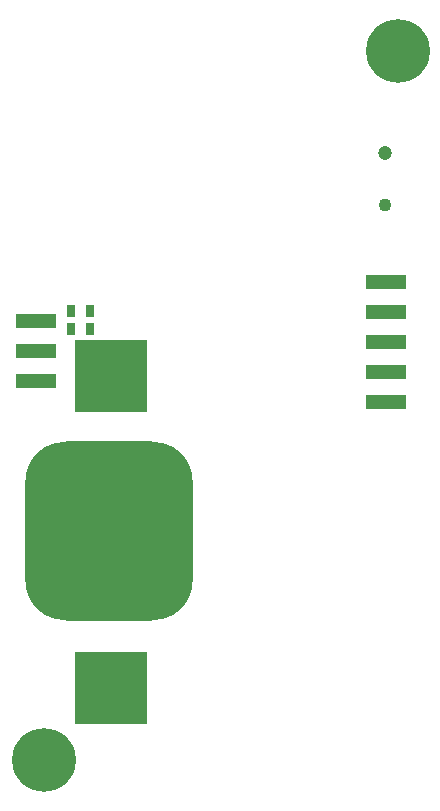
<source format=gbs>
G04*
G04 #@! TF.GenerationSoftware,Altium Limited,Altium Designer,18.1.5 (160)*
G04*
G04 Layer_Color=16711935*
%FSLAX25Y25*%
%MOIN*%
G70*
G01*
G75*
%ADD33R,0.02769X0.04343*%
%ADD44C,0.04343*%
%ADD45C,0.04737*%
%ADD46C,0.21272*%
%ADD65R,0.13280X0.04816*%
%ADD66R,0.24422X0.24422*%
G04:AMPARAMS|DCode=67|XSize=598.55mil|YSize=559.18mil|CornerRadius=141.79mil|HoleSize=0mil|Usage=FLASHONLY|Rotation=270.000|XOffset=0mil|YOffset=0mil|HoleType=Round|Shape=RoundedRectangle|*
%AMROUNDEDRECTD67*
21,1,0.59855,0.27559,0,0,270.0*
21,1,0.31496,0.55918,0,0,270.0*
1,1,0.28359,-0.13780,-0.15748*
1,1,0.28359,-0.13780,0.15748*
1,1,0.28359,0.13780,0.15748*
1,1,0.28359,0.13780,-0.15748*
%
%ADD67ROUNDEDRECTD67*%
D33*
X35000Y169291D02*
D03*
X28780D02*
D03*
X35000Y163386D02*
D03*
X28780D02*
D03*
D44*
X133465Y204724D02*
D03*
D45*
Y222047D02*
D03*
D46*
X137795Y255906D02*
D03*
X19685Y19685D02*
D03*
D65*
X133703Y138925D02*
D03*
Y148925D02*
D03*
Y158925D02*
D03*
Y178925D02*
D03*
Y168925D02*
D03*
X16916Y145797D02*
D03*
Y155797D02*
D03*
Y165797D02*
D03*
D66*
X41992Y43736D02*
D03*
Y147673D02*
D03*
D67*
X41500Y96000D02*
D03*
M02*

</source>
